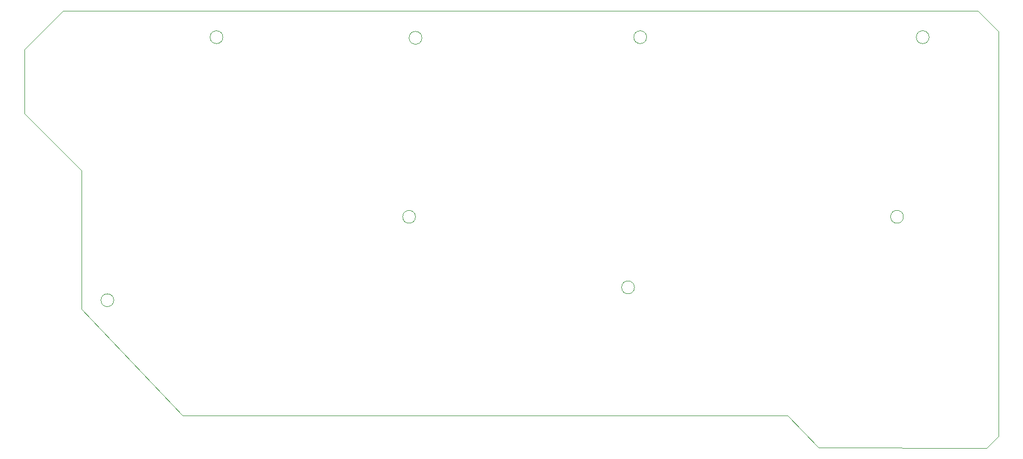
<source format=gbr>
%TF.GenerationSoftware,KiCad,Pcbnew,8.0.3-1.fc40*%
%TF.CreationDate,2024-07-04T16:01:25-04:00*%
%TF.ProjectId,boards_v3,626f6172-6473-45f7-9633-2e6b69636164,rev?*%
%TF.SameCoordinates,Original*%
%TF.FileFunction,Profile,NP*%
%FSLAX46Y46*%
G04 Gerber Fmt 4.6, Leading zero omitted, Abs format (unit mm)*
G04 Created by KiCad (PCBNEW 8.0.3-1.fc40) date 2024-07-04 16:01:25*
%MOMM*%
%LPD*%
G01*
G04 APERTURE LIST*
%TA.AperFunction,Profile*%
%ADD10C,0.050000*%
%TD*%
G04 APERTURE END LIST*
D10*
X201000000Y-26000000D02*
G75*
G02*
X199000000Y-26000000I-1000000J0D01*
G01*
X199000000Y-26000000D02*
G75*
G02*
X201000000Y-26000000I1000000J0D01*
G01*
X155100000Y-65000000D02*
G75*
G02*
X153100000Y-65000000I-1000000J0D01*
G01*
X153100000Y-65000000D02*
G75*
G02*
X155100000Y-65000000I1000000J0D01*
G01*
X121000000Y-54000000D02*
G75*
G02*
X119000000Y-54000000I-1000000J0D01*
G01*
X119000000Y-54000000D02*
G75*
G02*
X121000000Y-54000000I1000000J0D01*
G01*
X74000000Y-67000000D02*
G75*
G02*
X72000000Y-67000000I-1000000J0D01*
G01*
X72000000Y-67000000D02*
G75*
G02*
X74000000Y-67000000I1000000J0D01*
G01*
X91000000Y-26000000D02*
G75*
G02*
X89000000Y-26000000I-1000000J0D01*
G01*
X89000000Y-26000000D02*
G75*
G02*
X91000000Y-26000000I1000000J0D01*
G01*
X122000000Y-26100000D02*
G75*
G02*
X120000000Y-26100000I-1000000J0D01*
G01*
X120000000Y-26100000D02*
G75*
G02*
X122000000Y-26100000I1000000J0D01*
G01*
X157000000Y-26000000D02*
G75*
G02*
X155000000Y-26000000I-1000000J0D01*
G01*
X155000000Y-26000000D02*
G75*
G02*
X157000000Y-26000000I1000000J0D01*
G01*
X197000000Y-54000000D02*
G75*
G02*
X195000000Y-54000000I-1000000J0D01*
G01*
X195000000Y-54000000D02*
G75*
G02*
X197000000Y-54000000I1000000J0D01*
G01*
X211800000Y-25100000D02*
X211800000Y-88200000D01*
X209981529Y-90018471D01*
X183800000Y-90000000D01*
X179000000Y-85000000D01*
X84706039Y-84956142D01*
X69000000Y-68416682D01*
X69000000Y-55000000D01*
X69000000Y-46800000D01*
X60100000Y-37900000D01*
X60100000Y-27900000D01*
X66100000Y-21900000D01*
X208600000Y-21900000D01*
X211800000Y-25100000D01*
M02*

</source>
